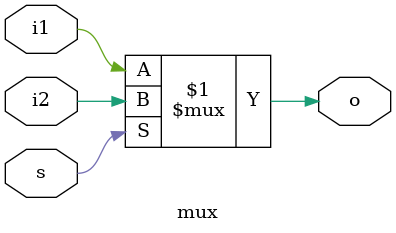
<source format=v>
module mux(o,i1,i2,s);

input i1,i2,s;

output o;

assign o=s? i2:i1;

endmodule



</source>
